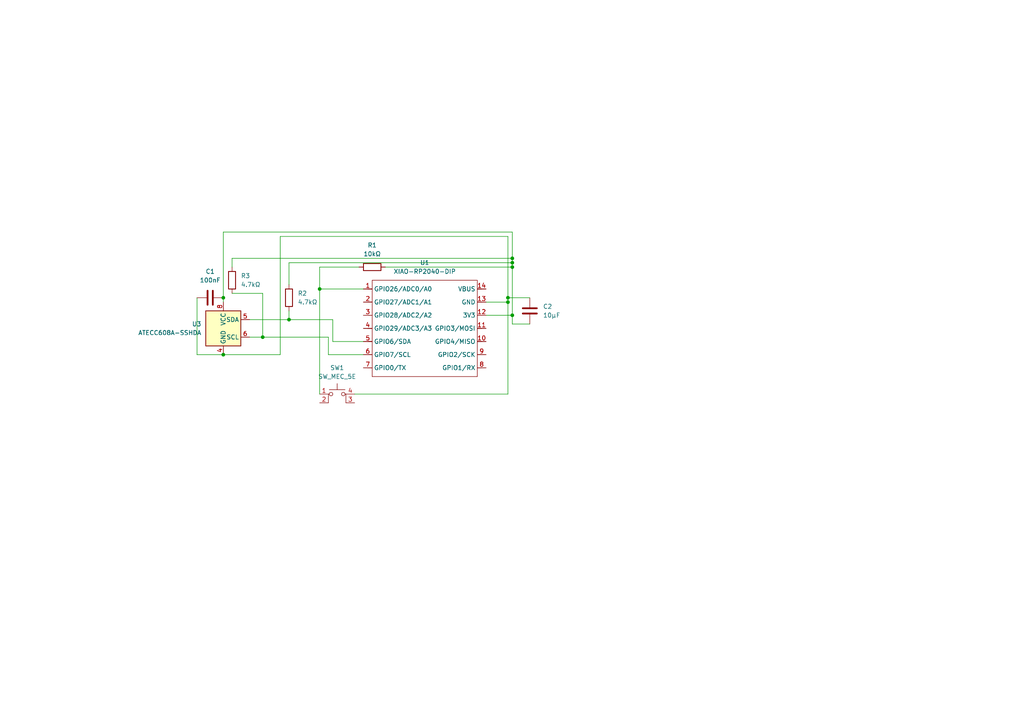
<source format=kicad_sch>
(kicad_sch (version 20250114) (generator "eeschema") (generator_version "9.0")
  (paper "A4")
  (title_block (title "concept one key") (date "2025-12-17") (rev "1.2a") (company "The Concept Company"))
  (lib_symbols
    (symbol "Device:C" (pin_numbers (hide yes)) (pin_names (offset 0.254))
      (property "Reference" "C" (at 0.635 2.54 0))
      (property "Value" "C" (at 0.635 -2.54 0))
      (symbol "C_0_1"
        (polyline (pts (xy -2.032 0.762) (xy 2.032 0.762)) (stroke (width 0.508)))
        (polyline (pts (xy -2.032 -0.762) (xy 2.032 -0.762)) (stroke (width 0.508)))
      )
      (symbol "C_1_1"
        (pin passive line (at 0 3.81 270) (length 2.794) (name "~") (number "1"))
        (pin passive line (at 0 -3.81 90) (length 2.794) (name "~") (number "2"))
      )
    )
    (symbol "Device:R" (pin_numbers (hide yes)) (pin_names (offset 0))
      (property "Reference" "R" (at 2.032 0 90))
      (property "Value" "R" (at 0 0 90))
      (symbol "R_0_1"
        (rectangle (start -1.016 -2.54) (end 1.016 2.54) (stroke (width 0.254)))
      )
      (symbol "R_1_1"
        (pin passive line (at 0 3.81 270) (length 1.27) (name "~") (number "1"))
        (pin passive line (at 0 -3.81 90) (length 1.27) (name "~") (number "2"))
      )
    )
    (symbol "Security:ATECC608A-SSHDA"
      (property "Reference" "U" (at 3.81 6.35 0))
      (property "Value" "ATECC608A-SSHDA" (at 10.16 -6.35 0))
      (symbol "ATECC608A-SSHDA_0_1"
        (rectangle (start -5.08 5.08) (end 5.08 -5.08) (stroke (width 0.254)) (fill (type background)))
      )
      (symbol "ATECC608A-SSHDA_1_1"
        (pin no_connect line (at -5.08 2.54 0) (length 2.54) (hide yes) (name "NC") (number "1"))
        (pin no_connect line (at -5.08 0 0) (length 2.54) (hide yes) (name "NC") (number "2"))
        (pin no_connect line (at -5.08 -2.54 0) (length 2.54) (hide yes) (name "NC") (number "3"))
        (pin power_in line (at 0 7.62 270) (length 2.54) (name "VCC") (number "8"))
        (pin power_in line (at 0 -7.62 90) (length 2.54) (name "GND") (number "4"))
        (pin no_connect line (at 5.08 0 180) (length 2.54) (hide yes) (name "NC") (number "7"))
        (pin bidirectional line (at 7.62 2.54 180) (length 2.54) (name "SDA") (number "5"))
        (pin input line (at 7.62 -2.54 180) (length 2.54) (name "SCL") (number "6"))
      )
    )
    (symbol "Switch:SW_MEC_5E" (pin_names (offset 1.016) (hide yes))
      (property "Reference" "SW" (at 0.635 5.715 0))
      (property "Value" "SW_MEC_5E" (at 0 -3.175 0))
      (symbol "SW_MEC_5E_0_1"
        (polyline (pts (xy -2.54 0) (xy -2.54 2.54) (xy -2.286 2.54)))
        (polyline (pts (xy -2.286 3.81) (xy 2.286 3.81)))
        (circle (center -1.778 2.54) (radius 0.508))
        (polyline (pts (xy 0 3.81) (xy 0 5.588)))
        (circle (center 1.778 2.54) (radius 0.508))
        (polyline (pts (xy 2.54 0) (xy 2.54 2.54) (xy 2.286 2.54)))
        (pin passive line (at -5.08 2.54 0) (length 2.54) (name "1") (number "1"))
        (pin passive line (at -5.08 0 0) (length 2.54) (name "2") (number "2"))
        (pin passive line (at 5.08 2.54 180) (length 2.54) (name "A") (number "4"))
        (pin passive line (at 5.08 0 180) (length 2.54) (name "K") (number "3"))
      )
    )
    (symbol "opl:XIAO-RP2040-DIP"
      (property "Reference" "U" (at 0 0 0))
      (property "Value" "XIAO-RP2040-DIP" (at 5.334 -1.778 0))
      (symbol "XIAO-RP2040-DIP_1_0"
        (polyline (pts (xy -1.27 -2.54) (xy 29.21 -2.54)) (stroke (width 0.1524)))
        (polyline (pts (xy -1.27 -5.08) (xy -2.54 -5.08)) (stroke (width 0.1524)))
        (polyline (pts (xy -1.27 -5.08) (xy -1.27 -2.54)) (stroke (width 0.1524)))
        (polyline (pts (xy -1.27 -8.89) (xy -2.54 -8.89)) (stroke (width 0.1524)))
        (polyline (pts (xy -1.27 -8.89) (xy -1.27 -5.08)) (stroke (width 0.1524)))
        (polyline (pts (xy -1.27 -12.7) (xy -2.54 -12.7)) (stroke (width 0.1524)))
        (polyline (pts (xy -1.27 -12.7) (xy -1.27 -8.89)) (stroke (width 0.1524)))
        (polyline (pts (xy -1.27 -16.51) (xy -2.54 -16.51)) (stroke (width 0.1524)))
        (polyline (pts (xy -1.27 -16.51) (xy -1.27 -12.7)) (stroke (width 0.1524)))
        (polyline (pts (xy -1.27 -20.32) (xy -2.54 -20.32)) (stroke (width 0.1524)))
        (polyline (pts (xy -1.27 -24.13) (xy -2.54 -24.13)) (stroke (width 0.1524)))
        (polyline (pts (xy -1.27 -27.94) (xy -2.54 -27.94)) (stroke (width 0.1524)))
        (polyline (pts (xy -1.27 -30.48) (xy -1.27 -16.51)) (stroke (width 0.1524)))
        (polyline (pts (xy 29.21 -2.54) (xy 29.21 -5.08)) (stroke (width 0.1524)))
        (polyline (pts (xy 29.21 -5.08) (xy 29.21 -8.89)) (stroke (width 0.1524)))
        (polyline (pts (xy 29.21 -8.89) (xy 29.21 -12.7)) (stroke (width 0.1524)))
        (polyline (pts (xy 29.21 -12.7) (xy 29.21 -30.48)) (stroke (width 0.1524)))
        (polyline (pts (xy 29.21 -30.48) (xy -1.27 -30.48)) (stroke (width 0.1524)))
        (polyline (pts (xy 30.48 -5.08) (xy 29.21 -5.08)) (stroke (width 0.1524)))
        (polyline (pts (xy 30.48 -8.89) (xy 29.21 -8.89)) (stroke (width 0.1524)))
        (polyline (pts (xy 30.48 -12.7) (xy 29.21 -12.7)) (stroke (width 0.1524)))
        (polyline (pts (xy 30.48 -16.51) (xy 29.21 -16.51)) (stroke (width 0.1524)))
        (polyline (pts (xy 30.48 -20.32) (xy 29.21 -20.32)) (stroke (width 0.1524)))
        (polyline (pts (xy 30.48 -24.13) (xy 29.21 -24.13)) (stroke (width 0.1524)))
        (polyline (pts (xy 30.48 -27.94) (xy 29.21 -27.94)) (stroke (width 0.1524)))
        (pin passive line (at -3.81 -5.08 0) (length 2.54) (name "GPIO26/ADC0/A0") (number "1"))
        (pin passive line (at -3.81 -8.89 0) (length 2.54) (name "GPIO27/ADC1/A1") (number "2"))
        (pin passive line (at -3.81 -12.7 0) (length 2.54) (name "GPIO28/ADC2/A2") (number "3"))
        (pin passive line (at -3.81 -16.51 0) (length 2.54) (name "GPIO29/ADC3/A3") (number "4"))
        (pin passive line (at -3.81 -20.32 0) (length 2.54) (name "GPIO6/SDA") (number "5"))
        (pin passive line (at -3.81 -24.13 0) (length 2.54) (name "GPIO7/SCL") (number "6"))
        (pin passive line (at -3.81 -27.94 0) (length 2.54) (name "GPIO0/TX") (number "7"))
        (pin passive line (at 31.75 -5.08 180) (length 2.54) (name "VBUS") (number "14"))
        (pin passive line (at 31.75 -8.89 180) (length 2.54) (name "GND") (number "13"))
        (pin passive line (at 31.75 -12.7 180) (length 2.54) (name "3V3") (number "12"))
        (pin passive line (at 31.75 -16.51 180) (length 2.54) (name "GPIO3/MOSI") (number "11"))
        (pin passive line (at 31.75 -20.32 180) (length 2.54) (name "GPIO4/MISO") (number "10"))
        (pin passive line (at 31.75 -24.13 180) (length 2.54) (name "GPIO2/SCK") (number "9"))
        (pin passive line (at 31.75 -27.94 180) (length 2.54) (name "GPIO1/RX") (number "8"))
      )
    )
  )
  (junction (at 148.59 76.2))
  (junction (at 148.59 74.93))
  (junction (at 147.32 86.36))
  (junction (at 92.71 83.82))
  (junction (at 64.77 102.87))
  (junction (at 76.2 97.79))
  (junction (at 83.82 92.71))
  (junction (at 148.59 77.47))
  (junction (at 147.32 87.63))
  (junction (at 148.59 91.44))
  (junction (at 64.77 86.36))
  (wire (pts (xy 95.25 97.79) (xy 95.25 102.87)))
  (wire (pts (xy 96.52 99.06) (xy 105.41 99.06)))
  (wire (pts (xy 57.15 102.87) (xy 64.77 102.87)))
  (wire (pts (xy 148.59 93.98) (xy 153.67 93.98)))
  (wire (pts (xy 147.32 86.36) (xy 147.32 87.63)))
  (wire (pts (xy 67.31 77.47) (xy 67.31 74.93)))
  (wire (pts (xy 67.31 74.93) (xy 148.59 74.93)))
  (wire (pts (xy 111.76 77.47) (xy 148.59 77.47)))
  (wire (pts (xy 148.59 67.31) (xy 148.59 74.93)))
  (wire (pts (xy 64.77 102.87) (xy 81.28 102.87)))
  (wire (pts (xy 148.59 74.93) (xy 148.59 76.2)))
  (wire (pts (xy 64.77 86.36) (xy 64.77 67.31)))
  (wire (pts (xy 148.59 77.47) (xy 148.59 91.44)))
  (wire (pts (xy 76.2 97.79) (xy 95.25 97.79)))
  (wire (pts (xy 81.28 68.58) (xy 147.32 68.58)))
  (wire (pts (xy 83.82 76.2) (xy 148.59 76.2)))
  (wire (pts (xy 72.39 92.71) (xy 83.82 92.71)))
  (wire (pts (xy 148.59 91.44) (xy 140.97 91.44)))
  (wire (pts (xy 76.2 85.09) (xy 76.2 97.79)))
  (wire (pts (xy 64.77 67.31) (xy 148.59 67.31)))
  (wire (pts (xy 147.32 87.63) (xy 147.32 114.3)))
  (wire (pts (xy 147.32 86.36) (xy 153.67 86.36)))
  (wire (pts (xy 96.52 92.71) (xy 96.52 99.06)))
  (wire (pts (xy 57.15 86.36) (xy 57.15 102.87)))
  (wire (pts (xy 83.82 82.55) (xy 83.82 76.2)))
  (wire (pts (xy 147.32 68.58) (xy 147.32 86.36)))
  (wire (pts (xy 147.32 87.63) (xy 140.97 87.63)))
  (wire (pts (xy 148.59 76.2) (xy 148.59 77.47)))
  (wire (pts (xy 64.77 87.63) (xy 64.77 86.36)))
  (wire (pts (xy 92.71 83.82) (xy 105.41 83.82)))
  (wire (pts (xy 83.82 90.17) (xy 83.82 92.71)))
  (wire (pts (xy 92.71 77.47) (xy 104.14 77.47)))
  (wire (pts (xy 72.39 97.79) (xy 76.2 97.79)))
  (wire (pts (xy 102.87 114.3) (xy 147.32 114.3)))
  (wire (pts (xy 67.31 85.09) (xy 76.2 85.09)))
  (wire (pts (xy 81.28 102.87) (xy 81.28 68.58)))
  (wire (pts (xy 95.25 102.87) (xy 105.41 102.87)))
  (wire (pts (xy 83.82 92.71) (xy 96.52 92.71)))
  (wire (pts (xy 148.59 91.44) (xy 148.59 93.98)))
  (wire (pts (xy 92.71 114.3) (xy 92.71 83.82)))
  (wire (pts (xy 92.71 83.82) (xy 92.71 77.47)))
  (symbol (lib_id "Device:R") (at 67.31 81.28 0) (unit 1)
    (property "Reference" "R3" (at 69.85 80.0099 0) (effects (justify left)))
    (property "Value" "4.7kΩ" (at 69.85 82.5499 0) (effects (justify left)))
    (property "Footprint" "Resistor_THT:R_Axial_DIN0207_L6.3mm_D2.5mm_P10.16mm_Horizontal" (effects (hide yes)))
    (property "Description" "Resistor" (effects (hide yes)))
  )
  (symbol (lib_id "opl:XIAO-RP2040-DIP") (at 109.22 78.74 0) (unit 1)
    (property "Reference" "U1" (at 123.19 76.2 0))
    (property "Value" "XIAO-RP2040-DIP" (at 123.19 78.74 0))
    (property "Footprint" "opl:XIAO-RP2040-DIP" (effects (hide yes)))
  )
  (symbol (lib_id "Device:R") (at 83.82 86.36 0) (unit 1)
    (property "Reference" "R2" (at 86.36 85.0899 0) (effects (justify left)))
    (property "Value" "4.7kΩ" (at 86.36 87.6299 0) (effects (justify left)))
    (property "Footprint" "Resistor_THT:R_Axial_DIN0207_L6.3mm_D2.5mm_P10.16mm_Horizontal" (effects (hide yes)))
    (property "Description" "Resistor" (effects (hide yes)))
  )
  (symbol (lib_id "Switch:SW_MEC_5E") (at 97.79 116.84 0) (unit 1)
    (property "Reference" "SW1" (at 97.79 106.68 0))
    (property "Value" "SW_MEC_5E" (at 97.79 109.22 0))
    (property "Footprint" "Button_Switch_THT:SW_PUSH_6mm" (effects (hide yes)))
    (property "Datasheet" "http://www.apem.com/int/index.php?controller=attachment&id_attachment=1371" (effects (hide yes)))
    (property "Description" "MEC 5E single pole normally-open tactile switch" (effects (hide yes)))
  )
  (symbol (lib_id "Security:ATECC608A-SSHDA") (at 64.77 95.25 0) (unit 1)
    (property "Reference" "U3" (at 58.42 93.9799 0) (effects (justify right)))
    (property "Value" "ATECC608A-SSHDA" (at 58.42 96.5199 0) (effects (justify right)))
    (property "Footprint" "Package_SO:SOIC-8_3.9x4.9mm_P1.27mm" (effects (hide yes)))
    (property "Datasheet" "http://ww1.microchip.com/downloads/en/DeviceDoc/ATECC608A-CryptoAuthentication-Device-Summary-Data-Sheet-DS40001977B.pdf" (effects (hide yes)))
    (property "Description" "Cryptographic Co-Processor with Secure Hardware-based 16 Key Storage, ECDSA and ECDH support, I2C, SOIC-8" (effects (hide yes)))
  )
  (symbol (lib_id "Device:C") (at 60.96 86.36 90) (unit 1)
    (property "Reference" "C1" (at 60.96 78.74 90))
    (property "Value" "100nF" (at 60.96 81.28 90))
    (property "Footprint" "Capacitor_THT:C_Disc_D5.0mm_W2.5mm_P5.00mm" (effects (hide yes)))
    (property "Description" "Unpolarized capacitor" (effects (hide yes)))
  )
  (symbol (lib_id "Device:R") (at 107.95 77.47 90) (unit 1)
    (property "Reference" "R1" (at 107.95 71.12 90))
    (property "Value" "10kΩ" (at 107.95 73.66 90))
    (property "Footprint" "Resistor_THT:R_Axial_DIN0207_L6.3mm_D2.5mm_P10.16mm_Horizontal" (effects (hide yes)))
    (property "Description" "Resistor" (effects (hide yes)))
  )
  (symbol (lib_id "Device:C") (at 153.67 90.17 0) (unit 1)
    (property "Reference" "C2" (at 157.48 88.8999 0) (effects (justify left)))
    (property "Value" "10µF" (at 157.48 91.4399 0) (effects (justify left)))
    (property "Footprint" "Capacitor_THT:CP_Radial_D5.0mm_P2.00mm" (effects (hide yes)))
    (property "Description" "Unpolarized capacitor" (effects (hide yes)))
  )
)
</source>
